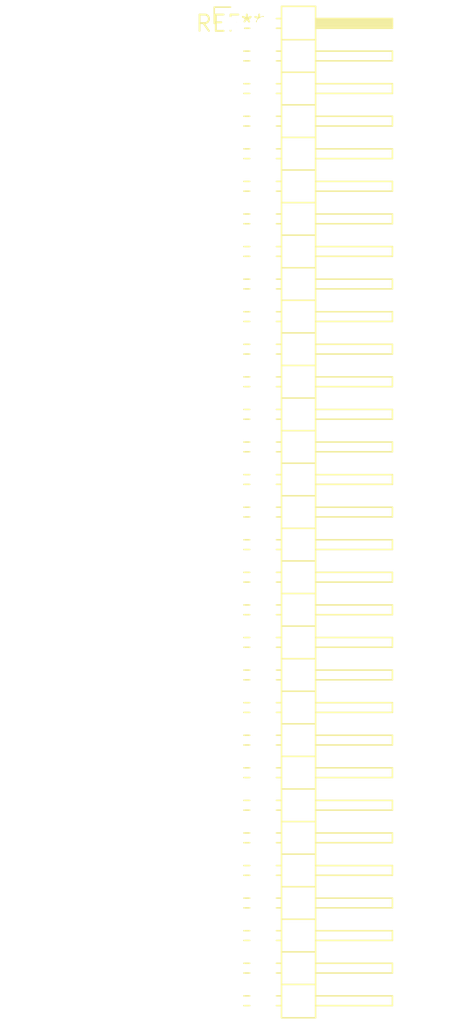
<source format=kicad_pcb>
(kicad_pcb (version 20240108) (generator pcbnew)
  (layers (0 "F.Cu" signal) (31 "B.Cu" signal) (34 "B.Paste" user) (35 "F.Paste" user) (36 "B.SilkS" user "B.Silkscreen") (37 "F.SilkS" user "F.Silkscreen") (38 "B.Mask" user) (39 "F.Mask" user) (44 "Edge.Cuts" user))
  (net 0 "")
  (footprint "PinHeader_2x31_P2.54mm_Horizontal" (layer "F.Cu") (at 0 0)
    (property "Reference" "REF**")
    (property "Value" "PinHeader_2x31_P2.54mm_Horizontal")
    (fp_line (start -1.27 -1.27) (end 0 -1.27) (layer "F.SilkS") (stroke (width 0.12)))
    (fp_line (start -1.27 0) (end -1.27 -1.27) (layer "F.SilkS") (stroke (width 0.12)))
    (fp_line (start 1.042929 2.16) (end 1.497071 2.16) (layer "F.SilkS") (stroke (width 0.12)))
    (fp_line (start 1.042929 2.92) (end 1.497071 2.92) (layer "F.SilkS") (stroke (width 0.12)))
    (fp_line (start 1.042929 4.7) (end 1.497071 4.7) (layer "F.SilkS") (stroke (width 0.12)))
    (fp_line (start 1.042929 5.46) (end 1.497071 5.46) (layer "F.SilkS") (stroke (width 0.12)))
    (fp_line (start 1.042929 7.24) (end 1.497071 7.24) (layer "F.SilkS") (stroke (width 0.12)))
    (fp_line (start 1.042929 8) (end 1.497071 8) (layer "F.SilkS") (stroke (width 0.12)))
    (fp_line (start 1.042929 9.78) (end 1.497071 9.78) (layer "F.SilkS") (stroke (width 0.12)))
    (fp_line (start 1.042929 10.54) (end 1.497071 10.54) (layer "F.SilkS") (stroke (width 0.12)))
    (fp_line (start 1.042929 12.32) (end 1.497071 12.32) (layer "F.SilkS") (stroke (width 0.12)))
    (fp_line (start 1.042929 13.08) (end 1.497071 13.08) (layer "F.SilkS") (stroke (width 0.12)))
    (fp_line (start 1.042929 14.86) (end 1.497071 14.86) (layer "F.SilkS") (stroke (width 0.12)))
    (fp_line (start 1.042929 15.62) (end 1.497071 15.62) (layer "F.SilkS") (stroke (width 0.12)))
    (fp_line (start 1.042929 17.4) (end 1.497071 17.4) (layer "F.SilkS") (stroke (width 0.12)))
    (fp_line (start 1.042929 18.16) (end 1.497071 18.16) (layer "F.SilkS") (stroke (width 0.12)))
    (fp_line (start 1.042929 19.94) (end 1.497071 19.94) (layer "F.SilkS") (stroke (width 0.12)))
    (fp_line (start 1.042929 20.7) (end 1.497071 20.7) (layer "F.SilkS") (stroke (width 0.12)))
    (fp_line (start 1.042929 22.48) (end 1.497071 22.48) (layer "F.SilkS") (stroke (width 0.12)))
    (fp_line (start 1.042929 23.24) (end 1.497071 23.24) (layer "F.SilkS") (stroke (width 0.12)))
    (fp_line (start 1.042929 25.02) (end 1.497071 25.02) (layer "F.SilkS") (stroke (width 0.12)))
    (fp_line (start 1.042929 25.78) (end 1.497071 25.78) (layer "F.SilkS") (stroke (width 0.12)))
    (fp_line (start 1.042929 27.56) (end 1.497071 27.56) (layer "F.SilkS") (stroke (width 0.12)))
    (fp_line (start 1.042929 28.32) (end 1.497071 28.32) (layer "F.SilkS") (stroke (width 0.12)))
    (fp_line (start 1.042929 30.1) (end 1.497071 30.1) (layer "F.SilkS") (stroke (width 0.12)))
    (fp_line (start 1.042929 30.86) (end 1.497071 30.86) (layer "F.SilkS") (stroke (width 0.12)))
    (fp_line (start 1.042929 32.64) (end 1.497071 32.64) (layer "F.SilkS") (stroke (width 0.12)))
    (fp_line (start 1.042929 33.4) (end 1.497071 33.4) (layer "F.SilkS") (stroke (width 0.12)))
    (fp_line (start 1.042929 35.18) (end 1.497071 35.18) (layer "F.SilkS") (stroke (width 0.12)))
    (fp_line (start 1.042929 35.94) (end 1.497071 35.94) (layer "F.SilkS") (stroke (width 0.12)))
    (fp_line (start 1.042929 37.72) (end 1.497071 37.72) (layer "F.SilkS") (stroke (width 0.12)))
    (fp_line (start 1.042929 38.48) (end 1.497071 38.48) (layer "F.SilkS") (stroke (width 0.12)))
    (fp_line (start 1.042929 40.26) (end 1.497071 40.26) (layer "F.SilkS") (stroke (width 0.12)))
    (fp_line (start 1.042929 41.02) (end 1.497071 41.02) (layer "F.SilkS") (stroke (width 0.12)))
    (fp_line (start 1.042929 42.8) (end 1.497071 42.8) (layer "F.SilkS") (stroke (width 0.12)))
    (fp_line (start 1.042929 43.56) (end 1.497071 43.56) (layer "F.SilkS") (stroke (width 0.12)))
    (fp_line (start 1.042929 45.34) (end 1.497071 45.34) (layer "F.SilkS") (stroke (width 0.12)))
    (fp_line (start 1.042929 46.1) (end 1.497071 46.1) (layer "F.SilkS") (stroke (width 0.12)))
    (fp_line (start 1.042929 47.88) (end 1.497071 47.88) (layer "F.SilkS") (stroke (width 0.12)))
    (fp_line (start 1.042929 48.64) (end 1.497071 48.64) (layer "F.SilkS") (stroke (width 0.12)))
    (fp_line (start 1.042929 50.42) (end 1.497071 50.42) (layer "F.SilkS") (stroke (width 0.12)))
    (fp_line (start 1.042929 51.18) (end 1.497071 51.18) (layer "F.SilkS") (stroke (width 0.12)))
    (fp_line (start 1.042929 52.96) (end 1.497071 52.96) (layer "F.SilkS") (stroke (width 0.12)))
    (fp_line (start 1.042929 53.72) (end 1.497071 53.72) (layer "F.SilkS") (stroke (width 0.12)))
    (fp_line (start 1.042929 55.5) (end 1.497071 55.5) (layer "F.SilkS") (stroke (width 0.12)))
    (fp_line (start 1.042929 56.26) (end 1.497071 56.26) (layer "F.SilkS") (stroke (width 0.12)))
    (fp_line (start 1.042929 58.04) (end 1.497071 58.04) (layer "F.SilkS") (stroke (width 0.12)))
    (fp_line (start 1.042929 58.8) (end 1.497071 58.8) (layer "F.SilkS") (stroke (width 0.12)))
    (fp_line (start 1.042929 60.58) (end 1.497071 60.58) (layer "F.SilkS") (stroke (width 0.12)))
    (fp_line (start 1.042929 61.34) (end 1.497071 61.34) (layer "F.SilkS") (stroke (width 0.12)))
    (fp_line (start 1.042929 63.12) (end 1.497071 63.12) (layer "F.SilkS") (stroke (width 0.12)))
    (fp_line (start 1.042929 63.88) (end 1.497071 63.88) (layer "F.SilkS") (stroke (width 0.12)))
    (fp_line (start 1.042929 65.66) (end 1.497071 65.66) (layer "F.SilkS") (stroke (width 0.12)))
    (fp_line (start 1.042929 66.42) (end 1.497071 66.42) (layer "F.SilkS") (stroke (width 0.12)))
    (fp_line (start 1.042929 68.2) (end 1.497071 68.2) (layer "F.SilkS") (stroke (width 0.12)))
    (fp_line (start 1.042929 68.96) (end 1.497071 68.96) (layer "F.SilkS") (stroke (width 0.12)))
    (fp_line (start 1.042929 70.74) (end 1.497071 70.74) (layer "F.SilkS") (stroke (width 0.12)))
    (fp_line (start 1.042929 71.5) (end 1.497071 71.5) (layer "F.SilkS") (stroke (width 0.12)))
    (fp_line (start 1.042929 73.28) (end 1.497071 73.28) (layer "F.SilkS") (stroke (width 0.12)))
    (fp_line (start 1.042929 74.04) (end 1.497071 74.04) (layer "F.SilkS") (stroke (width 0.12)))
    (fp_line (start 1.042929 75.82) (end 1.497071 75.82) (layer "F.SilkS") (stroke (width 0.12)))
    (fp_line (start 1.042929 76.58) (end 1.497071 76.58) (layer "F.SilkS") (stroke (width 0.12)))
    (fp_line (start 1.11 -0.38) (end 1.497071 -0.38) (layer "F.SilkS") (stroke (width 0.12)))
    (fp_line (start 1.11 0.38) (end 1.497071 0.38) (layer "F.SilkS") (stroke (width 0.12)))
    (fp_line (start 3.582929 -0.38) (end 3.98 -0.38) (layer "F.SilkS") (stroke (width 0.12)))
    (fp_line (start 3.582929 0.38) (end 3.98 0.38) (layer "F.SilkS") (stroke (width 0.12)))
    (fp_line (start 3.582929 2.16) (end 3.98 2.16) (layer "F.SilkS") (stroke (width 0.12)))
    (fp_line (start 3.582929 2.92) (end 3.98 2.92) (layer "F.SilkS") (stroke (width 0.12)))
    (fp_line (start 3.582929 4.7) (end 3.98 4.7) (layer "F.SilkS") (stroke (width 0.12)))
    (fp_line (start 3.582929 5.46) (end 3.98 5.46) (layer "F.SilkS") (stroke (width 0.12)))
    (fp_line (start 3.582929 7.24) (end 3.98 7.24) (layer "F.SilkS") (stroke (width 0.12)))
    (fp_line (start 3.582929 8) (end 3.98 8) (layer "F.SilkS") (stroke (width 0.12)))
    (fp_line (start 3.582929 9.78) (end 3.98 9.78) (layer "F.SilkS") (stroke (width 0.12)))
    (fp_line (start 3.582929 10.54) (end 3.98 10.54) (layer "F.SilkS") (stroke (width 0.12)))
    (fp_line (start 3.582929 12.32) (end 3.98 12.32) (layer "F.SilkS") (stroke (width 0.12)))
    (fp_line (start 3.582929 13.08) (end 3.98 13.08) (layer "F.SilkS") (stroke (width 0.12)))
    (fp_line (start 3.582929 14.86) (end 3.98 14.86) (layer "F.SilkS") (stroke (width 0.12)))
    (fp_line (start 3.582929 15.62) (end 3.98 15.62) (layer "F.SilkS") (stroke (width 0.12)))
    (fp_line (start 3.582929 17.4) (end 3.98 17.4) (layer "F.SilkS") (stroke (width 0.12)))
    (fp_line (start 3.582929 18.16) (end 3.98 18.16) (layer "F.SilkS") (stroke (width 0.12)))
    (fp_line (start 3.582929 19.94) (end 3.98 19.94) (layer "F.SilkS") (stroke (width 0.12)))
    (fp_line (start 3.582929 20.7) (end 3.98 20.7) (layer "F.SilkS") (stroke (width 0.12)))
    (fp_line (start 3.582929 22.48) (end 3.98 22.48) (layer "F.SilkS") (stroke (width 0.12)))
    (fp_line (start 3.582929 23.24) (end 3.98 23.24) (layer "F.SilkS") (stroke (width 0.12)))
    (fp_line (start 3.582929 25.02) (end 3.98 25.02) (layer "F.SilkS") (stroke (width 0.12)))
    (fp_line (start 3.582929 25.78) (end 3.98 25.78) (layer "F.SilkS") (stroke (width 0.12)))
    (fp_line (start 3.582929 27.56) (end 3.98 27.56) (layer "F.SilkS") (stroke (width 0.12)))
    (fp_line (start 3.582929 28.32) (end 3.98 28.32) (layer "F.SilkS") (stroke (width 0.12)))
    (fp_line (start 3.582929 30.1) (end 3.98 30.1) (layer "F.SilkS") (stroke (width 0.12)))
    (fp_line (start 3.582929 30.86) (end 3.98 30.86) (layer "F.SilkS") (stroke (width 0.12)))
    (fp_line (start 3.582929 32.64) (end 3.98 32.64) (layer "F.SilkS") (stroke (width 0.12)))
    (fp_line (start 3.582929 33.4) (end 3.98 33.4) (layer "F.SilkS") (stroke (width 0.12)))
    (fp_line (start 3.582929 35.18) (end 3.98 35.18) (layer "F.SilkS") (stroke (width 0.12)))
    (fp_line (start 3.582929 35.94) (end 3.98 35.94) (layer "F.SilkS") (stroke (width 0.12)))
    (fp_line (start 3.582929 37.72) (end 3.98 37.72) (layer "F.SilkS") (stroke (width 0.12)))
    (fp_line (start 3.582929 38.48) (end 3.98 38.48) (layer "F.SilkS") (stroke (width 0.12)))
    (fp_line (start 3.582929 40.26) (end 3.98 40.26) (layer "F.SilkS") (stroke (width 0.12)))
    (fp_line (start 3.582929 41.02) (end 3.98 41.02) (layer "F.SilkS") (stroke (width 0.12)))
    (fp_line (start 3.582929 42.8) (end 3.98 42.8) (layer "F.SilkS") (stroke (width 0.12)))
    (fp_line (start 3.582929 43.56) (end 3.98 43.56) (layer "F.SilkS") (stroke (width 0.12)))
    (fp_line (start 3.582929 45.34) (end 3.98 45.34) (layer "F.SilkS") (stroke (width 0.12)))
    (fp_line (start 3.582929 46.1) (end 3.98 46.1) (layer "F.SilkS") (stroke (width 0.12)))
    (fp_line (start 3.582929 47.88) (end 3.98 47.88) (layer "F.SilkS") (stroke (width 0.12)))
    (fp_line (start 3.582929 48.64) (end 3.98 48.64) (layer "F.SilkS") (stroke (width 0.12)))
    (fp_line (start 3.582929 50.42) (end 3.98 50.42) (layer "F.SilkS") (stroke (width 0.12)))
    (fp_line (start 3.582929 51.18) (end 3.98 51.18) (layer "F.SilkS") (stroke (width 0.12)))
    (fp_line (start 3.582929 52.96) (end 3.98 52.96) (layer "F.SilkS") (stroke (width 0.12)))
    (fp_line (start 3.582929 53.72) (end 3.98 53.72) (layer "F.SilkS") (stroke (width 0.12)))
    (fp_line (start 3.582929 55.5) (end 3.98 55.5) (layer "F.SilkS") (stroke (width 0.12)))
    (fp_line (start 3.582929 56.26) (end 3.98 56.26) (layer "F.SilkS") (stroke (width 0.12)))
    (fp_line (start 3.582929 58.04) (end 3.98 58.04) (layer "F.SilkS") (stroke (width 0.12)))
    (fp_line (start 3.582929 58.8) (end 3.98 58.8) (layer "F.SilkS") (stroke (width 0.12)))
    (fp_line (start 3.582929 60.58) (end 3.98 60.58) (layer "F.SilkS") (stroke (width 0.12)))
    (fp_line (start 3.582929 61.34) (end 3.98 61.34) (layer "F.SilkS") (stroke (width 0.12)))
    (fp_line (start 3.582929 63.12) (end 3.98 63.12) (layer "F.SilkS") (stroke (width 0.12)))
    (fp_line (start 3.582929 63.88) (end 3.98 63.88) (layer "F.SilkS") (stroke (width 0.12)))
    (fp_line (start 3.582929 65.66) (end 3.98 65.66) (layer "F.SilkS") (stroke (width 0.12)))
    (fp_line (start 3.582929 66.42) (end 3.98 66.42) (layer "F.SilkS") (stroke (width 0.12)))
    (fp_line (start 3.582929 68.2) (end 3.98 68.2) (layer "F.SilkS") (stroke (width 0.12)))
    (fp_line (start 3.582929 68.96) (end 3.98 68.96) (layer "F.SilkS") (stroke (width 0.12)))
    (fp_line (start 3.582929 70.74) (end 3.98 70.74) (layer "F.SilkS") (stroke (width 0.12)))
    (fp_line (start 3.582929 71.5) (end 3.98 71.5) (layer "F.SilkS") (stroke (width 0.12)))
    (fp_line (start 3.582929 73.28) (end 3.98 73.28) (layer "F.SilkS") (stroke (width 0.12)))
    (fp_line (start 3.582929 74.04) (end 3.98 74.04) (layer "F.SilkS") (stroke (width 0.12)))
    (fp_line (start 3.582929 75.82) (end 3.98 75.82) (layer "F.SilkS") (stroke (width 0.12)))
    (fp_line (start 3.582929 76.58) (end 3.98 76.58) (layer "F.SilkS") (stroke (width 0.12)))
    (fp_line (start 3.98 -1.33) (end 3.98 77.53) (layer "F.SilkS") (stroke (width 0.12)))
    (fp_line (start 3.98 1.27) (end 6.64 1.27) (layer "F.SilkS") (stroke (width 0.12)))
    (fp_line (start 3.98 3.81) (end 6.64 3.81) (layer "F.SilkS") (stroke (width 0.12)))
    (fp_line (start 3.98 6.35) (end 6.64 6.35) (layer "F.SilkS") (stroke (width 0.12)))
    (fp_line (start 3.98 8.89) (end 6.64 8.89) (layer "F.SilkS") (stroke (width 0.12)))
    (fp_line (start 3.98 11.43) (end 6.64 11.43) (layer "F.SilkS") (stroke (width 0.12)))
    (fp_line (start 3.98 13.97) (end 6.64 13.97) (layer "F.SilkS") (stroke (width 0.12)))
    (fp_line (start 3.98 16.51) (end 6.64 16.51) (layer "F.SilkS") (stroke (width 0.12)))
    (fp_line (start 3.98 19.05) (end 6.64 19.05) (layer "F.SilkS") (stroke (width 0.12)))
    (fp_line (start 3.98 21.59) (end 6.64 21.59) (layer "F.SilkS") (stroke (width 0.12)))
    (fp_line (start 3.98 24.13) (end 6.64 24.13) (layer "F.SilkS") (stroke (width 0.12)))
    (fp_line (start 3.98 26.67) (end 6.64 26.67) (layer "F.SilkS") (stroke (width 0.12)))
    (fp_line (start 3.98 29.21) (end 6.64 29.21) (layer "F.SilkS") (stroke (width 0.12)))
    (fp_line (start 3.98 31.75) (end 6.64 31.75) (layer "F.SilkS") (stroke (width 0.12)))
    (fp_line (start 3.98 34.29) (end 6.64 34.29) (layer "F.SilkS") (stroke (width 0.12)))
    (fp_line (start 3.98 36.83) (end 6.64 36.83) (layer "F.SilkS") (stroke (width 0.12)))
    (fp_line (start 3.98 39.37) (end 6.64 39.37) (layer "F.SilkS") (stroke (width 0.12)))
    (fp_line (start 3.98 41.91) (end 6.64 41.91) (layer "F.SilkS") (stroke (width 0.12)))
    (fp_line (start 3.98 44.45) (end 6.64 44.45) (layer "F.SilkS") (stroke (width 0.12)))
    (fp_line (start 3.98 46.99) (end 6.64 46.99) (layer "F.SilkS") (stroke (width 0.12)))
    (fp_line (start 3.98 49.53) (end 6.64 49.53) (layer "F.SilkS") (stroke (width 0.12)))
    (fp_line (start 3.98 52.07) (end 6.64 52.07) (layer "F.SilkS") (stroke (width 0.12)))
    (fp_line (start 3.98 54.61) (end 6.64 54.61) (layer "F.SilkS") (stroke (width 0.12)))
    (fp_line (start 3.98 57.15) (end 6.64 57.15) (layer "F.SilkS") (stroke (width 0.12)))
    (fp_line (start 3.98 59.69) (end 6.64 59.69) (layer "F.SilkS") (stroke (width 0.12)))
    (fp_line (start 3.98 62.23) (end 6.64 62.23) (layer "F.SilkS") (stroke (width 0.12)))
    (fp_line (start 3.98 64.77) (end 6.64 64.77) (layer "F.SilkS") (stroke (width 0.12)))
    (fp_line (start 3.98 67.31) (end 6.64 67.31) (layer "F.SilkS") (stroke (width 0.12)))
    (fp_line (start 3.98 69.85) (end 6.64 69.85) (layer "F.SilkS") (stroke (width 0.12)))
    (fp_line (start 3.98 72.39) (end 6.64 72.39) (layer "F.SilkS") (stroke (width 0.12)))
    (fp_line (start 3.98 74.93) (end 6.64 74.93) (layer "F.SilkS") (stroke (width 0.12)))
    (fp_line (start 3.98 77.53) (end 6.64 77.53) (layer "F.SilkS") (stroke (width 0.12)))
    (fp_line (start 6.64 -1.33) (end 3.98 -1.33) (layer "F.SilkS") (stroke (width 0.12)))
    (fp_line (start 6.64 -0.38) (end 12.64 -0.38) (layer "F.SilkS") (stroke (width 0.12)))
    (fp_line (start 6.64 -0.32) (end 12.64 -0.32) (layer "F.SilkS") (stroke (width 0.12)))
    (fp_line (start 6.64 -0.2) (end 12.64 -0.2) (layer "F.SilkS") (stroke (width 0.12)))
    (fp_line (start 6.64 -0.08) (end 12.64 -0.08) (layer "F.SilkS") (stroke (width 0.12)))
    (fp_line (start 6.64 0.04) (end 12.64 0.04) (layer "F.SilkS") (stroke (width 0.12)))
    (fp_line (start 6.64 0.16) (end 12.64 0.16) (layer "F.SilkS") (stroke (width 0.12)))
    (fp_line (start 6.64 0.28) (end 12.64 0.28) (layer "F.SilkS") (stroke (width 0.12)))
    (fp_line (start 6.64 2.16) (end 12.64 2.16) (layer "F.SilkS") (stroke (width 0.12)))
    (fp_line (start 6.64 4.7) (end 12.64 4.7) (layer "F.SilkS") (stroke (width 0.12)))
    (fp_line (start 6.64 7.24) (end 12.64 7.24) (layer "F.SilkS") (stroke (width 0.12)))
    (fp_line (start 6.64 9.78) (end 12.64 9.78) (layer "F.SilkS") (stroke (width 0.12)))
    (fp_line (start 6.64 12.32) (end 12.64 12.32) (layer "F.SilkS") (stroke (width 0.12)))
    (fp_line (start 6.64 14.86) (end 12.64 14.86) (layer "F.SilkS") (stroke (width 0.12)))
    (fp_line (start 6.64 17.4) (end 12.64 17.4) (layer "F.SilkS") (stroke (width 0.12)))
    (fp_line (start 6.64 19.94) (end 12.64 19.94) (layer "F.SilkS") (stroke (width 0.12)))
    (fp_line (start 6.64 22.48) (end 12.64 22.48) (layer "F.SilkS") (stroke (width 0.12)))
    (fp_line (start 6.64 25.02) (end 12.64 25.02) (layer "F.SilkS") (stroke (width 0.12)))
    (fp_line (start 6.64 27.56) (end 12.64 27.56) (layer "F.SilkS") (stroke (width 0.12)))
    (fp_line (start 6.64 30.1) (end 12.64 30.1) (layer "F.SilkS") (stroke (width 0.12)))
    (fp_line (start 6.64 32.64) (end 12.64 32.64) (layer "F.SilkS") (stroke (width 0.12)))
    (fp_line (start 6.64 35.18) (end 12.64 35.18) (layer "F.SilkS") (stroke (width 0.12)))
    (fp_line (start 6.64 37.72) (end 12.64 37.72) (layer "F.SilkS") (stroke (width 0.12)))
    (fp_line (start 6.64 40.26) (end 12.64 40.26) (layer "F.SilkS") (stroke (width 0.12)))
    (fp_line (start 6.64 42.8) (end 12.64 42.8) (layer "F.SilkS") (stroke (width 0.12)))
    (fp_line (start 6.64 45.34) (end 12.64 45.34) (layer "F.SilkS") (stroke (width 0.12)))
    (fp_line (start 6.64 47.88) (end 12.64 47.88) (layer "F.SilkS") (stroke (width 0.12)))
    (fp_line (start 6.64 50.42) (end 12.64 50.42) (layer "F.SilkS") (stroke (width 0.12)))
    (fp_line (start 6.64 52.96) (end 12.64 52.96) (layer "F.SilkS") (stroke (width 0.12)))
    (fp_line (start 6.64 55.5) (end 12.64 55.5) (layer "F.SilkS") (stroke (width 0.12)))
    (fp_line (start 6.64 58.04) (end 12.64 58.04) (layer "F.SilkS") (stroke (width 0.12)))
    (fp_line (start 6.64 60.58) (end 12.64 60.58) (layer "F.SilkS") (stroke (width 0.12)))
    (fp_line (start 6.64 63.12) (end 12.64 63.12) (layer "F.SilkS") (stroke (width 0.12)))
    (fp_line (start 6.64 65.66) (end 12.64 65.66) (layer "F.SilkS") (stroke (width 0.12)))
    (fp_line (start 6.64 68.2) (end 12.64 68.2) (layer "F.SilkS") (stroke (width 0.12)))
    (fp_line (start 6.64 70.74) (end 12.64 70.74) (layer "F.SilkS") (stroke (width 0.12)))
    (fp_line (start 6.64 73.28) (end 12.64 73.28) (layer "F.SilkS") (stroke (width 0.12)))
    (fp_line (start 6.64 75.82) (end 12.64 75.82) (layer "F.SilkS") (stroke (width 0.12)))
    (fp_line (start 6.64 77.53) (end 6.64 -1.33) (layer "F.SilkS") (stroke (width 0.12)))
    (fp_line (start 12.64 -0.38) (end 12.64 0.38) (layer "F.SilkS") (stroke (width 0.12)))
    (fp_line (start 12.64 0.38) (end 6.64 0.38) (layer "F.SilkS") (stroke (width 0.12)))
    (fp_line (start 12.64 2.16) (end 12.64 2.92) (layer "F.SilkS") (stroke (width 0.12)))
    (fp_line (start 12.64 2.92) (end 6.64 2.92) (layer "F.SilkS") (stroke (width 0.12)))
    (fp_line (start 12.64 4.7) (end 12.64 5.46) (layer "F.SilkS") (stroke (width 0.12)))
    (fp_line (start 12.64 5.46) (end 6.64 5.46) (layer "F.SilkS") (stroke (width 0.12)))
    (fp_line (start 12.64 7.24) (end 12.64 8) (layer "F.SilkS") (stroke (width 0.12)))
    (fp_line (start 12.64 8) (end 6.64 8) (layer "F.SilkS") (stroke (width 0.12)))
    (fp_line (start 12.64 9.78) (end 12.64 10.54) (layer "F.SilkS") (stroke (width 0.12)))
    (fp_line (start 12.64 10.54) (end 6.64 10.54) (layer "F.SilkS") (stroke (width 0.12)))
    (fp_line (start 12.64 12.32) (end 12.64 13.08) (layer "F.SilkS") (stroke (width 0.12)))
    (fp_line (start 12.64 13.08) (end 6.64 13.08) (layer "F.SilkS") (stroke (width 0.12)))
    (fp_line (start 12.64 14.86) (end 12.64 15.62) (layer "F.SilkS") (stroke (width 0.12)))
    (fp_line (start 12.64 15.62) (end 6.64 15.62) (layer "F.SilkS") (stroke (width 0.12)))
    (fp_line (start 12.64 17.4) (end 12.64 18.16) (layer "F.SilkS") (stroke (width 0.12)))
    (fp_line (start 12.64 18.16) (end 6.64 18.16) (layer "F.SilkS") (stroke (width 0.12)))
    (fp_line (start 12.64 19.94) (end 12.64 20.7) (layer "F.SilkS") (stroke (width 0.12)))
    (fp_line (start 12.64 20.7) (end 6.64 20.7) (layer "F.SilkS") (stroke (width 0.12)))
    (fp_line (start 12.64 22.48) (end 12.64 23.24) (layer "F.SilkS") (stroke (width 0.12)))
    (fp_line (start 12.64 23.24) (end 6.64 23.24) (layer "F.SilkS") (stroke (width 0.12)))
    (fp_line (start 12.64 25.02) (end 12.64 25.78) (layer "F.SilkS") (stroke (width 0.12)))
    (fp_line (start 12.64 25.78) (end 6.64 25.78) (layer "F.SilkS") (stroke (width 0.12)))
    (fp_line (start 12.64 27.56) (end 12.64 28.32) (layer "F.SilkS") (stroke (width 0.12)))
    (fp_line (start 12.64 28.32) (end 6.64 28.32) (layer "F.SilkS") (stroke (width 0.12)))
    (fp_line (start 12.64 30.1) (end 12.64 30.86) (layer "F.SilkS") (stroke (width 0.12)))
    (fp_line (start 12.64 30.86) (end 6.64 30.86) (layer "F.SilkS") (stroke (width 0.12)))
    (fp_line (start 12.64 32.64) (end 12.64 33.4) (layer "F.SilkS") (stroke (width 0.12)))
    (fp_line (start 12.64 33.4) (end 6.64 33.4) (layer "F.SilkS") (stroke (width 0.12)))
    (fp_line (start 12.64 35.18) (end 12.64 35.94) (layer "F.SilkS") (stroke (width 0.12)))
    (fp_line (start 12.64 35.94) (end 6.64 35.94) (layer "F.SilkS") (stroke (width 0.12)))
    (fp_line (start 12.64 37.72) (end 12.64 38.48) (layer "F.SilkS") (stroke (width 0.12)))
    (fp_line (start 12.64 38.48) (end 6.64 38.48) (layer "F.SilkS") (stroke (width 0.12)))
    (fp_line (start 12.64 40.26) (end 12.64 41.02) (layer "F.SilkS") (stroke (width 0.12)))
    (fp_line (start 12.64 41.02) (end 6.64 41.02) (layer "F.SilkS") (stroke (width 0.12)))
    (fp_line (start 12.64 42.8) (end 12.64 43.56) (layer "F.SilkS") (stroke (width 0.12)))
    (fp_line (start 12.64 43.56) (end 6.64 43.56) (layer "F.SilkS") (stroke (width 0.12)))
    (fp_line (start 12.64 45.34) (end 12.64 46.1) (layer "F.SilkS") (stroke (width 0.12)))
    (fp_line (start 12.64 46.1) (end 6.64 46.1) (layer "F.SilkS") (stroke (width 0.12)))
    (fp_line (start 12.64 47.88) (end 12.64 48.64) (layer "F.SilkS") (stroke (width 0.12)))
    (fp_line (start 12.64 48.64) (end 6.64 48.64) (layer "F.SilkS") (stroke (width 0.12)))
    (fp_line (start 12.64 50.42) (end 12.64 51.18) (layer "F.SilkS") (stroke (width 0.12)))
    (fp_line (start 12.64 51.18) (end 6.64 51.18) (layer "F.SilkS") (stroke (width 0.12)))
    (fp_line (start 12.64 52.96) (end 12.64 53.72) (layer "F.SilkS") (stroke (width 0.12)))
    (fp_line (start 12.64 53.72) (end 6.64 53.72) (layer "F.SilkS") (stroke (width 0.12)))
    (fp_line (start 12.64 55.5) (end 12.64 56.26) (layer "F.SilkS") (stroke (width 0.12)))
    (fp_line (start 12.64 56.26) (end 6.64 56.26) (layer "F.SilkS") (stroke (width 0.12)))
    (fp_line (start 12.64 58.04) (end 12.64 58.8) (layer "F.SilkS") (stroke (width 0.12)))
    (fp_line (start 12.64 58.8) (end 6.64 58.8) (layer "F.SilkS") (stroke (width 0.12)))
    (fp_line (start 12.64 60.58) (end 12.64 61.34) (layer "F.SilkS") (stroke (width 0.12)))
    (fp_line (start 12.64 61.34) (end 6.64 61.34) (layer "F.SilkS") (stroke (width 0.12)))
    (fp_line (start 12.64 63.12) (end 12.64 63.88) (layer "F.SilkS") (stroke (width 0.12)))
    (fp_line (start 12.64 63.88) (end 6.64 63.88) (layer "F.SilkS") (stroke (width 0.12)))
    (fp_line (start 12.64 65.66) (end 12.64 66.42) (layer "F.SilkS") (stroke (width 0.12)))
    (fp_line (start 12.64 66.42) (end 6.64 66.42) (layer "F.SilkS") (stroke (width 0.12)))
    (fp_line (start 12.64 68.2) (end 12.64 68.96) (layer "F.SilkS") (stroke (width 0.12)))
    (fp_line (start 12.64 68.96) (end 6.64 68.96) (layer "F.SilkS") (stroke (width 0.12)))
    (fp_line (start 12.64 70.74) (end 12.64 71.5) (layer "F.SilkS") (stroke (width 0.12)))
    (fp_line (start 12.64 71.5) (end 6.64 71.5) (layer "F.SilkS") (stroke (width 0.12)))
    (fp_line (start 12.64 73.28) (end 12.64 74.04) (layer "F.SilkS") (stroke (width 0.12)))
    (fp_line (start 12.64 74.04) (end 6.64 74.04) (layer "F.SilkS") (stroke (width 0.12)))
    (fp_line (start 12.64 75.82) (end 12.64 76.58) (layer "F.SilkS") (stroke (width 0.12)))
    (fp_line (start 12.64 76.58) (end 6.64 76.58) (layer "F.SilkS") (stroke (width 0.12)))
    (pad "1" thru_hole rect (at 0 0) (size 1.7 1.7) (drill 1) (layers *.Cu *.Mask) (remove_unused_layers))
    (pad "2" thru_hole oval (at 2.54 0) (size 1.7 1.7) (drill 1) (layers *.Cu *.Mask) (remove_unused_layers))
    (pad "3" thru_hole oval (at 0 2.54) (size 1.7 1.7) (drill 1) (layers *.Cu *.Mask) (remove_unused_layers))
    (pad "4" thru_hole oval (at 2.54 2.54) (size 1.7 1.7) (drill 1) (layers *.Cu *.Mask) (remove_unused_layers))
    (pad "5" thru_hole oval (at 0 5.08) (size 1.7 1.7) (drill 1) (layers *.Cu *.Mask) (remove_unused_layers))
    (pad "6" thru_hole oval (at 2.54 5.08) (size 1.7 1.7) (drill 1) (layers *.Cu *.Mask) (remove_unused_layers))
    (pad "7" thru_hole oval (at 0 7.62) (size 1.7 1.7) (drill 1) (layers *.Cu *.Mask) (remove_unused_layers))
    (pad "8" thru_hole oval (at 2.54 7.62) (size 1.7 1.7) (drill 1) (layers *.Cu *.Mask) (remove_unused_layers))
    (pad "9" thru_hole oval (at 0 10.16) (size 1.7 1.7) (drill 1) (layers *.Cu *.Mask) (remove_unused_layers))
    (pad "10" thru_hole oval (at 2.54 10.16) (size 1.7 1.7) (drill 1) (layers *.Cu *.Mask) (remove_unused_layers))
    (pad "11" thru_hole oval (at 0 12.7) (size 1.7 1.7) (drill 1) (layers *.Cu *.Mask) (remove_unused_layers))
    (pad "12" thru_hole oval (at 2.54 12.7) (size 1.7 1.7) (drill 1) (layers *.Cu *.Mask) (remove_unused_layers))
    (pad "13" thru_hole oval (at 0 15.24) (size 1.7 1.7) (drill 1) (layers *.Cu *.Mask) (remove_unused_layers))
    (pad "14" thru_hole oval (at 2.54 15.24) (size 1.7 1.7) (drill 1) (layers *.Cu *.Mask) (remove_unused_layers))
    (pad "15" thru_hole oval (at 0 17.78) (size 1.7 1.7) (drill 1) (layers *.Cu *.Mask) (remove_unused_layers))
    (pad "16" thru_hole oval (at 2.54 17.78) (size 1.7 1.7) (drill 1) (layers *.Cu *.Mask) (remove_unused_layers))
    (pad "17" thru_hole oval (at 0 20.32) (size 1.7 1.7) (drill 1) (layers *.Cu *.Mask) (remove_unused_layers))
    (pad "18" thru_hole oval (at 2.54 20.32) (size 1.7 1.7) (drill 1) (layers *.Cu *.Mask) (remove_unused_layers))
    (pad "19" thru_hole oval (at 0 22.86) (size 1.7 1.7) (drill 1) (layers *.Cu *.Mask) (remove_unused_layers))
    (pad "20" thru_hole oval (at 2.54 22.86) (size 1.7 1.7) (drill 1) (layers *.Cu *.Mask) (remove_unused_layers))
    (pad "21" thru_hole oval (at 0 25.4) (size 1.7 1.7) (drill 1) (layers *.Cu *.Mask) (remove_unused_layers))
    (pad "22" thru_hole oval (at 2.54 25.4) (size 1.7 1.7) (drill 1) (layers *.Cu *.Mask) (remove_unused_layers))
    (pad "23" thru_hole oval (at 0 27.94) (size 1.7 1.7) (drill 1) (layers *.Cu *.Mask) (remove_unused_layers))
    (pad "24" thru_hole oval (at 2.54 27.94) (size 1.7 1.7) (drill 1) (layers *.Cu *.Mask) (remove_unused_layers))
    (pad "25" thru_hole oval (at 0 30.48) (size 1.7 1.7) (drill 1) (layers *.Cu *.Mask) (remove_unused_layers))
    (pad "26" thru_hole oval (at 2.54 30.48) (size 1.7 1.7) (drill 1) (layers *.Cu *.Mask) (remove_unused_layers))
    (pad "27" thru_hole oval (at 0 33.02) (size 1.7 1.7) (drill 1) (layers *.Cu *.Mask) (remove_unused_layers))
    (pad "28" thru_hole oval (at 2.54 33.02) (size 1.7 1.7) (drill 1) (layers *.Cu *.Mask) (remove_unused_layers))
    (pad "29" thru_hole oval (at 0 35.56) (size 1.7 1.7) (drill 1) (layers *.Cu *.Mask) (remove_unused_layers))
    (pad "30" thru_hole oval (at 2.54 35.56) (size 1.7 1.7) (drill 1) (layers *.Cu *.Mask) (remove_unused_layers))
    (pad "31" thru_hole oval (at 0 38.1) (size 1.7 1.7) (drill 1) (layers *.Cu *.Mask) (remove_unused_layers))
    (pad "32" thru_hole oval (at 2.54 38.1) (size 1.7 1.7) (drill 1) (layers *.Cu *.Mask) (remove_unused_layers))
    (pad "33" thru_hole oval (at 0 40.64) (size 1.7 1.7) (drill 1) (layers *.Cu *.Mask) (remove_unused_layers))
    (pad "34" thru_hole oval (at 2.54 40.64) (size 1.7 1.7) (drill 1) (layers *.Cu *.Mask) (remove_unused_layers))
    (pad "35" thru_hole oval (at 0 43.18) (size 1.7 1.7) (drill 1) (layers *.Cu *.Mask) (remove_unused_layers))
    (pad "36" thru_hole oval (at 2.54 43.18) (size 1.7 1.7) (drill 1) (layers *.Cu *.Mask) (remove_unused_layers))
    (pad "37" thru_hole oval (at 0 45.72) (size 1.7 1.7) (drill 1) (layers *.Cu *.Mask) (remove_unused_layers))
    (pad "38" thru_hole oval (at 2.54 45.72) (size 1.7 1.7) (drill 1) (layers *.Cu *.Mask) (remove_unused_layers))
    (pad "39" thru_hole oval (at 0 48.26) (size 1.7 1.7) (drill 1) (layers *.Cu *.Mask) (remove_unused_layers))
    (pad "40" thru_hole oval (at 2.54 48.26) (size 1.7 1.7) (drill 1) (layers *.Cu *.Mask) (remove_unused_layers))
    (pad "41" thru_hole oval (at 0 50.8) (size 1.7 1.7) (drill 1) (layers *.Cu *.Mask) (remove_unused_layers))
    (pad "42" thru_hole oval (at 2.54 50.8) (size 1.7 1.7) (drill 1) (layers *.Cu *.Mask) (remove_unused_layers))
    (pad "43" thru_hole oval (at 0 53.34) (size 1.7 1.7) (drill 1) (layers *.Cu *.Mask) (remove_unused_layers))
    (pad "44" thru_hole oval (at 2.54 53.34) (size 1.7 1.7) (drill 1) (layers *.Cu *.Mask) (remove_unused_layers))
    (pad "45" thru_hole oval (at 0 55.88) (size 1.7 1.7) (drill 1) (layers *.Cu *.Mask) (remove_unused_layers))
    (pad "46" thru_hole oval (at 2.54 55.88) (size 1.7 1.7) (drill 1) (layers *.Cu *.Mask) (remove_unused_layers))
    (pad "47" thru_hole oval (at 0 58.42) (size 1.7 1.7) (drill 1) (layers *.Cu *.Mask) (remove_unused_layers))
    (pad "48" thru_hole oval (at 2.54 58.42) (size 1.7 1.7) (drill 1) (layers *.Cu *.Mask) (remove_unused_layers))
    (pad "49" thru_hole oval (at 0 60.96) (size 1.7 1.7) (drill 1) (layers *.Cu *.Mask) (remove_unused_layers))
    (pad "50" thru_hole oval (at 2.54 60.96) (size 1.7 1.7) (drill 1) (layers *.Cu *.Mask) (remove_unused_layers))
    (pad "51" thru_hole oval (at 0 63.5) (size 1.7 1.7) (drill 1) (layers *.Cu *.Mask) (remove_unused_layers))
    (pad "52" thru_hole oval (at 2.54 63.5) (size 1.7 1.7) (drill 1) (layers *.Cu *.Mask) (remove_unused_layers))
    (pad "53" thru_hole oval (at 0 66.04) (size 1.7 1.7) (drill 1) (layers *.Cu *.Mask) (remove_unused_layers))
    (pad "54" thru_hole oval (at 2.54 66.04) (size 1.7 1.7) (drill 1) (layers *.Cu *.Mask) (remove_unused_layers))
    (pad "55" thru_hole oval (at 0 68.58) (size 1.7 1.7) (drill 1) (layers *.Cu *.Mask) (remove_unused_layers))
    (pad "56" thru_hole oval (at 2.54 68.58) (size 1.7 1.7) (drill 1) (layers *.Cu *.Mask) (remove_unused_layers))
    (pad "57" thru_hole oval (at 0 71.12) (size 1.7 1.7) (drill 1) (layers *.Cu *.Mask) (remove_unused_layers))
    (pad "58" thru_hole oval (at 2.54 71.12) (size 1.7 1.7) (drill 1) (layers *.Cu *.Mask) (remove_unused_layers))
    (pad "59" thru_hole oval (at 0 73.66) (size 1.7 1.7) (drill 1) (layers *.Cu *.Mask) (remove_unused_layers))
    (pad "60" thru_hole oval (at 2.54 73.66) (size 1.7 1.7) (drill 1) (layers *.Cu *.Mask) (remove_unused_layers))
    (pad "61" thru_hole oval (at 0 76.2) (size 1.7 1.7) (drill 1) (layers *.Cu *.Mask) (remove_unused_layers))
    (pad "62" thru_hole oval (at 2.54 76.2) (size 1.7 1.7) (drill 1) (layers *.Cu *.Mask) (remove_unused_layers))
  )
)
</source>
